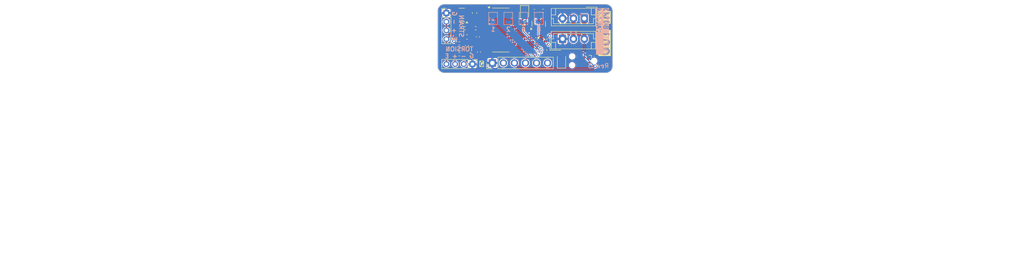
<source format=kicad_pcb>
(kicad_pcb (version 20241229) (generator "pcbnew") (generator_version "9.0")
  (title_block (title "Spar Sensor") (date "2024-08-17") (rev "3") (company "HPVDT"))
  (layers (0 "F.Cu" signal) (2 "B.Cu" signal) (13 "F.Paste" user) (15 "B.Paste" user) (5 "F.SilkS" user "F.Silkscreen") (7 "B.SilkS" user "B.Silkscreen") (1 "F.Mask" user) (3 "B.Mask" user) (25 "Edge.Cuts" user))
  (net 0 "")
  (net 1 "/ADC_{B}-")
  (net 2 "/ADC_{B}+")
  (net 3 "+5V")
  (net 4 "GND")
  (net 5 "/ADC_{A}-")
  (net 6 "/ADC_{A}+")
  (net 7 "+3.3VA")
  (net 8 "Net-(U2-VBG)")
  (net 9 "/LED_{0}")
  (net 10 "/LED_{1}")
  (net 12 "/~{RESET}")
  (net 15 "/OW_{RX}")
  (net 16 "/IN_{B}-")
  (net 17 "/IN_{B}+")
  (net 20 "/RX")
  (net 21 "/TX")
  (net 22 "/ADDR_{0}")
  (net 23 "/ADDR_{1}")
  (net 24 "/ADDR_{2}")
  (net 25 "/ADDR_{3}")
  (net 26 "/OW_{TX}")
  (net 27 "Net-(Q2-B)")
  (net 28 "Net-(U2-VFB)")
  (net 29 "/DOUT")
  (net 31 "/SCK")
  (net 36 "/IN_{A}-")
  (net 37 "Net-(D1-A)")
  (net 38 "Net-(D2-A)")
  (footprint "Resistor_SMD:R_0402_1005Metric" (layer "F.Cu") (at 131.75 96)
    (property "Reference" "R8" (hide yes))
    (property "Value" "5k6")
    (fp_line (start -0.153641 -0.38) (end 0.153641 -0.38) (stroke (width 0.12)) (layer "F.SilkS"))
    (fp_line (start -0.153641 0.38) (end 0.153641 0.38) (stroke (width 0.12)) (layer "F.SilkS"))
    (pad "1" smd roundrect (at -0.51 0) (size 0.54 0.64) (layers "F.Cu" "F.Mask" "F.Paste") (net 28 "Net-(U2-VFB)"))
    (pad "2" smd roundrect (at 0.51 0) (size 0.54 0.64) (layers "F.Cu" "F.Mask" "F.Paste") (net 4 "GND"))
  )
  (footprint "Capacitor_SMD:C_0603_1608Metric" (layer "F.Cu") (at 131.5 92.5 90)
    (property "Reference" "C6" (hide yes))
    (property "Value" "10u")
    (fp_line (start -0.14058 -0.51) (end 0.14058 -0.51) (stroke (width 0.12)) (layer "F.SilkS"))
    (fp_line (start -0.14058 0.51) (end 0.14058 0.51) (stroke (width 0.12)) (layer "F.SilkS"))
    (pad "1" smd roundrect (at -0.775 0 90) (size 0.9 0.95) (layers "F.Cu" "F.Mask" "F.Paste") (net 3 "+5V"))
    (pad "2" smd roundrect (at 0.775 0 90) (size 0.9 0.95) (layers "F.Cu" "F.Mask" "F.Paste") (net 4 "GND"))
  )
  (footprint "Capacitor_SMD:C_0402_1005Metric" (layer "F.Cu") (at 132.5 101.5 -90)
    (property "Reference" "C1" (hide yes))
    (property "Value" "100n")
    (fp_line (start -0.107836 0.36) (end 0.107836 0.36) (stroke (width 0.12)) (layer "F.SilkS"))
    (fp_line (start -0.107836 -0.36) (end 0.107836 -0.36) (stroke (width 0.12)) (layer "F.SilkS"))
    (pad "1" smd roundrect (at -0.48 0 270) (size 0.56 0.62) (layers "F.Cu" "F.Mask" "F.Paste") (net 2 "/ADC_{B}+"))
    (pad "2" smd roundrect (at 0.48 0 270) (size 0.56 0.62) (layers "F.Cu" "F.Mask" "F.Paste") (net 1 "/ADC_{B}-"))
  )
  (footprint "Resistor_SMD:R_0402_1005Metric" (layer "F.Cu") (at 129.25 96)
    (property "Reference" "R7" (hide yes))
    (property "Value" "10k")
    (fp_line (start -0.153641 -0.38) (end 0.153641 -0.38) (stroke (width 0.12)) (layer "F.SilkS"))
    (fp_line (start -0.153641 0.38) (end 0.153641 0.38) (stroke (width 0.12)) (layer "F.SilkS"))
    (pad "1" smd roundrect (at -0.51 0) (size 0.54 0.64) (layers "F.Cu" "F.Mask" "F.Paste") (net 7 "+3.3VA"))
    (pad "2" smd roundrect (at 0.51 0) (size 0.54 0.64) (layers "F.Cu" "F.Mask" "F.Paste") (net 28 "Net-(U2-VFB)"))
  )
  (footprint "Capacitor_SMD:C_0603_1608Metric" (layer "F.Cu") (at 129.75 98)
    (property "Reference" "C5" (hide yes))
    (property "Value" "10u")
    (fp_line (start -0.14058 -0.51) (end 0.14058 -0.51) (stroke (width 0.12)) (layer "F.SilkS"))
    (fp_line (start -0.14058 0.51) (end 0.14058 0.51) (stroke (width 0.12)) (layer "F.SilkS"))
    (pad "1" smd roundrect (at -0.775 0) (size 0.9 0.95) (layers "F.Cu" "F.Mask" "F.Paste") (net 7 "+3.3VA"))
    (pad "2" smd roundrect (at 0.775 0) (size 0.9 0.95) (layers "F.Cu" "F.Mask" "F.Paste") (net 4 "GND"))
  )
  (footprint "Package_SO:SOP-16_3.9x9.9mm_P1.27mm" (layer "F.Cu") (at 137.54 96.42)
    (property "Reference" "U2" (hide yes))
    (property "Value" "HX711")
    (fp_line (start 0 -5.06) (end -1.95 -5.06) (stroke (width 0.12)) (layer "F.SilkS"))
    (fp_line (start 0 -5.06) (end 1.95 -5.06) (stroke (width 0.12)) (layer "F.SilkS"))
    (fp_line (start 0 5.06) (end -1.95 5.06) (stroke (width 0.12)) (layer "F.SilkS"))
    (fp_line (start 0 5.06) (end 1.95 5.06) (stroke (width 0.12)) (layer "F.SilkS"))
    (fp_poly (pts (xy -2.725 -5.005) (xy -2.965 -5.335) (xy -2.485 -5.335) (xy -2.725 -5.005)) (stroke (width 0.12)) (fill yes) (layer "F.SilkS"))
    (pad "1" smd roundrect (at -2.5 -4.445) (size 2 0.6) (layers "F.Cu" "F.Mask" "F.Paste") (net 3 "+5V"))
    (pad "2" smd roundrect (at -2.5 -3.175) (size 2 0.6) (layers "F.Cu" "F.Mask" "F.Paste") (net 27 "Net-(Q2-B)"))
    (pad "3" smd roundrect (at -2.5 -1.905) (size 2 0.6) (layers "F.Cu" "F.Mask" "F.Paste") (net 7 "+3.3VA"))
    (pad "4" smd roundrect (at -2.5 -0.635) (size 2 0.6) (layers "F.Cu" "F.Mask" "F.Paste") (net 28 "Net-(U2-VFB)"))
    (pad "5" smd roundrect (at -2.5 0.635) (size 2 0.6) (layers "F.Cu" "F.Mask" "F.Paste") (net 4 "GND"))
    (pad "6" smd roundrect (at -2.5 1.905) (size 2 0.6) (layers "F.Cu" "F.Mask" "F.Paste") (net 8 "Net-(U2-VBG)"))
    (pad "7" smd roundrect (at -2.5 3.175) (size 2 0.6) (layers "F.Cu" "F.Mask" "F.Paste") (net 5 "/ADC_{A}-"))
    (pad "8" smd roundrect (at -2.5 4.445) (size 2 0.6) (layers "F.Cu" "F.Mask" "F.Paste") (net 6 "/ADC_{A}+"))
    (pad "9" smd roundrect (at 2.5 4.445) (size 2 0.6) (layers "F.Cu" "F.Mask" "F.Paste") (net 1 "/ADC_{B}-"))
    (pad "10" smd roundrect (at 2.5 3.175) (size 2 0.6) (layers "F.Cu" "F.Mask" "F.Paste") (net 2 "/ADC_{B}+"))
    (pad "11" smd roundrect (at 2.5 1.905) (size 2 0.6) (layers "F.Cu" "F.Mask" "F.Paste") (net 31 "/SCK"))
    (pad "12" smd roundrect (at 2.5 0.635) (size 2 0.6) (layers "F.Cu" "F.Mask" "F.Paste") (net 29 "/DOUT"))
    (pad "13" smd roundrect (at 2.5 -0.635) (size 2 0.6) (layers "F.Cu" "F.Mask" "F.Paste"))
    (pad "14" smd roundrect (at 2.5 -1.905) (size 2 0.6) (layers "F.Cu" "F.Mask" "F.Paste") (net 4 "GND"))
    (pad "15" smd roundrect (at 2.5 -3.175) (size 2 0.6) (layers "F.Cu" "F.Mask" "F.Paste") (net 3 "+5V"))
    (pad "16" smd roundrect (at 2.5 -4.445) (size 2 0.6) (layers "F.Cu" "F.Mask" "F.Paste") (net 3 "+5V"))
  )
  (footprint "Resistor_SMD:R_0402_1005Metric" (layer "F.Cu") (at 127.99 100.75)
    (property "Reference" "R5" (hide yes))
    (property "Value" "10k")
    (fp_line (start -0.153641 -0.38) (end 0.153641 -0.38) (stroke (width 0.12)) (layer "F.SilkS"))
    (fp_line (start -0.153641 0.38) (end 0.153641 0.38) (stroke (width 0.12)) (layer "F.SilkS"))
    (pad "1" smd roundrect (at -0.51 0) (size 0.54 0.64) (layers "F.Cu" "F.Mask" "F.Paste") (net 6 "/ADC_{A}+"))
    (pad "2" smd roundrect (at 0.51 0) (size 0.54 0.64) (layers "F.Cu" "F.Mask" "F.Paste") (net 4 "GND"))
  )
  (footprint "Capacitor_SMD:C_0402_1005Metric" (layer "F.Cu") (at 145.25 92 180)
    (property "Reference" "C3" (hide yes))
    (property "Value" "100n")
    (fp_line (start -0.107836 0.36) (end 0.107836 0.36) (stroke (width 0.12)) (layer "F.SilkS"))
    (fp_line (start -0.107836 -0.36) (end 0.107836 -0.36) (stroke (width 0.12)) (layer "F.SilkS"))
    (pad "1" smd roundrect (at -0.48 0 180) (size 0.56 0.62) (layers "F.Cu" "F.Mask" "F.Paste") (net 3 "+5V"))
    (pad "2" smd roundrect (at 0.48 0 180) (size 0.56 0.62) (layers "F.Cu" "F.Mask" "F.Paste") (net 4 "GND"))
  )
  (footprint "Package_TO_SOT_SMD:SOT-23" (layer "F.Cu") (at 146.25 95 90)
    (property "Reference" "Q1" (hide yes))
    (property "Value" "2N7002KQ-7")
    (fp_line (start 0 -1.56) (end 0.65 -1.56) (stroke (width 0.12)) (layer "F.SilkS"))
    (fp_line (start 0 -1.56) (end -0.65 -1.56) (stroke (width 0.12)) (layer "F.SilkS"))
    (fp_line (start 0 1.56) (end 0.65 1.56) (stroke (width 0.12)) (layer "F.SilkS"))
    (fp_line (start 0 1.56) (end -0.65 1.56) (stroke (width 0.12)) (layer "F.SilkS"))
    (fp_poly (pts (xy -1.1625 -1.51) (xy -1.4025 -1.84) (xy -0.9225 -1.84) (xy -1.1625 -1.51)) (stroke (width 0.12)) (fill yes) (layer "F.SilkS"))
    (pad "1" smd roundrect (at -0.9375 -0.95 90) (size 1.475 0.6) (layers "F.Cu" "F.Mask" "F.Paste") (net 26 "/OW_{TX}"))
    (pad "2" smd roundrect (at -0.9375 0.95 90) (size 1.475 0.6) (layers "F.Cu" "F.Mask" "F.Paste") (net 4 "GND"))
    (pad "3" smd roundrect (at 0.9375 0 90) (size 1.475 0.6) (layers "F.Cu" "F.Mask" "F.Paste") (net 15 "/OW_{RX}"))
  )
  (footprint "Resistor_SMD:R_0402_1005Metric" (layer "F.Cu") (at 147.75 101 90)
    (property "Reference" "R11" (hide yes))
    (property "Value" "510")
    (fp_line (start -0.153641 -0.38) (end 0.153641 -0.38) (stroke (width 0.12)) (layer "F.SilkS"))
    (fp_line (start -0.153641 0.38) (end 0.153641 0.38) (stroke (width 0.12)) (layer "F.SilkS"))
    (pad "1" smd roundrect (at -0.51 0 90) (size 0.54 0.64) (layers "F.Cu" "F.Mask" "F.Paste") (net 9 "/LED_{0}"))
    (pad "2" smd roundrect (at 0.51 0 90) (size 0.54 0.64) (layers "F.Cu" "F.Mask" "F.Paste") (net 37 "Net-(D1-A)"))
  )
  (footprint "Resistor_SMD:R_0402_1005Metric" (layer "F.Cu") (at 147.75 98.5 -90)
    (property "Reference" "R6" (hide yes))
    (property "Value" "10k")
    (fp_line (start -0.153641 0.38) (end 0.153641 0.38) (stroke (width 0.12)) (layer "F.SilkS"))
    (fp_line (start -0.153641 -0.38) (end 0.153641 -0.38) (stroke (width 0.12)) (layer "F.SilkS"))
    (pad "1" smd roundrect (at -0.51 0 270) (size 0.54 0.64) (layers "F.Cu" "F.Mask" "F.Paste") (net 3 "+5V"))
    (pad "2" smd roundrect (at 0.51 0 270) (size 0.54 0.64) (layers "F.Cu" "F.Mask" "F.Paste") (net 12 "/~{RESET}"))
  )
  (footprint "Capacitor_SMD:C_0402_1005Metric" (layer "F.Cu") (at 132.25 98 90)
    (property "Reference" "C7" (hide yes))
    (property "Value" "100n")
    (fp_line (start -0.107836 -0.36) (end 0.107836 -0.36) (stroke (width 0.12)) (layer "F.SilkS"))
    (fp_line (start -0.107836 0.36) (end 0.107836 0.36) (stroke (width 0.12)) (layer "F.SilkS"))
    (pad "1" smd roundrect (at -0.48 0 90) (size 0.56 0.62) (layers "F.Cu" "F.Mask" "F.Paste") (net 8 "Net-(U2-VBG)"))
    (pad "2" smd roundrect (at 0.48 0 90) (size 0.56 0.62) (layers "F.Cu" "F.Mask" "F.Paste") (net 4 "GND"))
  )
  (footprint "Connector_JST:JST_EH_B3B-EH-A_1x03_P2.50mm_Vertical" (layer "F.Cu") (at 151.75 98.45)
    (property "Reference" "J3" (hide yes))
    (property "Value" "Conn_01x03")
    (fp_line (start -2.91 0.11) (end -2.91 2.61) (stroke (width 0.12)) (layer "F.SilkS"))
    (fp_line (start -2.91 2.61) (end -0.41 2.61) (stroke (width 0.12)) (layer "F.SilkS"))
    (fp_line (start -2.61 -1.71) (end -2.61 2.31) (stroke (width 0.12)) (layer "F.SilkS"))
    (fp_line (start -2.61 0) (end -2.11 0) (stroke (width 0.12)) (layer "F.SilkS"))
    (fp_line (start -2.61 0.81) (end -1.61 0.81) (stroke (width 0.12)) (layer "F.SilkS"))
    (fp_line (start -2.61 2.31) (end 7.61 2.31) (stroke (width 0.12)) (layer "F.SilkS"))
    (fp_line (start -2.11 -1.21) (end 7.11 -1.21) (stroke (width 0.12)) (layer "F.SilkS"))
    (fp_line (start -2.11 0) (end -2.11 -1.21) (stroke (width 0.12)) (layer "F.SilkS"))
    (fp_line (start -1.61 0.81) (end -1.61 2.31) (stroke (width 0.12)) (layer "F.SilkS"))
    (fp_line (start 6.61 0.81) (end 6.61 2.31) (stroke (width 0.12)) (layer "F.SilkS"))
    (fp_line (start 7.11 -1.21) (end 7.11 0) (stroke (width 0.12)) (layer "F.SilkS"))
    (fp_line (start 7.11 0) (end 7.61 0) (stroke (width 0.12)) (layer "F.SilkS"))
    (fp_line (start 7.61 -1.71) (end -2.61 -1.71) (stroke (width 0.12)) (layer "F.SilkS"))
    (fp_line (start 7.61 0.81) (end 6.61 0.81) (stroke (width 0.12)) (layer "F.SilkS"))
    (fp_line (start 7.61 2.31) (end 7.61 -1.71) (stroke (width 0.12)) (layer "F.SilkS"))
    (pad "1" thru_hole roundrect (at 0 0) (size 1.7 1.95) (drill 0.95) (layers "*.Cu" "*.Mask") (roundrect_rratio 0.147059) (net 4 "GND"))
    (pad "2" thru_hole oval (at 2.5 0) (size 1.7 1.95) (drill 0.95) (layers "*.Cu" "*.Mask") (net 15 "/OW_{RX}"))
    (pad "3" thru_hole oval (at 5 0) (size 1.7 1.95) (drill 0.95) (layers "*.Cu" "*.Mask") (net 3 "+5V"))
  )
  (footprint "Connector_PinHeader_2.00mm:PinHeader_1x04_P2.00mm_Vertical" (layer "F.Cu") (at 131 104.25 -90)
    (property "Reference" "J4" (hide yes))
    (property "Value" "TORSION")
    (fp_line (start -1.06 7.06) (end 1.06 7.06) (stroke (width 0.12)) (layer "F.SilkS"))
    (fp_line (start -1.06 1) (end -1.06 7.06) (stroke (width 0.12)) (layer "F.SilkS"))
    (fp_line (start -1.06 1) (end 1.06 1) (stroke (width 0.12)) (layer "F.SilkS"))
    (fp_line (start 1.06 1) (end 1.06 7.06) (stroke (width 0.12)) (layer "F.SilkS"))
    (fp_line (start -1.06 0) (end -1.06 -1.06) (stroke (width 0.12)) (layer "F.SilkS"))
    (fp_line (start -1.06 -1.06) (end 0 -1.06) (stroke (width 0.12)) (layer "F.SilkS"))
    (pad "1" thru_hole rect (at 0 0 270) (size 1.35 1.35) (drill 0.8) (layers "*.Cu" "*.Mask") (net 4 "GND"))
    (pad "2" thru_hole oval (at 0 2 270) (size 1.35 1.35) (drill 0.8) (layers "*.Cu" "*.Mask") (net 16 "/IN_{B}-"))
    (pad "3" thru_hole oval (at 0 4 270) (size 1.35 1.35) (drill 0.8) (layers "*.Cu" "*.Mask") (net 17 "/IN_{B}+"))
    (pad "4" thru_hole oval (at 0 6 270) (size 1.35 1.35) (drill 0.8) (layers "*.Cu" "*.Mask") (net 7 "+3.3VA"))
  )
  (footprint "Package_DFN_QFN:VQFN-20-1EP_3x3mm_P0.4mm_EP1.7x1.7mm" (layer "F.Cu") (at 144.325 99.825 -90)
    (property "Reference" "U1" (hide yes))
    (property "Value" "ATtiny1616-MNR")
    (fp_line (start -1.61 1.61) (end -1.61 1.16) (stroke (width 0.12)) (layer "F.SilkS"))
    (fp_line (start -1.16 1.61) (end -1.61 1.61) (stroke (width 0.12)) (layer "F.SilkS"))
    (fp_line (start 1.16 1.61) (end 1.61 1.61) (stroke (width 0.12)) (layer "F.SilkS"))
    (fp_line (start 1.61 1.61) (end 1.61 1.16) (stroke (width 0.12)) (layer "F.SilkS"))
    (fp_line (start -1.61 -1.16) (end -1.61 -1.37) (stroke (width 0.12)) (layer "F.SilkS"))
    (fp_line (start -1.16 -1.61) (end -1.31 -1.61) (stroke (width 0.12)) (layer "F.SilkS"))
    (fp_line (start 1.16 -1.61) (end 1.61 -1.61) (stroke (width 0.12)) (layer "F.SilkS"))
    (fp_line (start 1.61 -1.61) (end 1.61 -1.16) (stroke (width 0.12)) (layer "F.SilkS"))
    (fp_poly (pts (xy -1.61 -1.61) (xy -1.85 -1.94) (xy -1.37 -1.94) (xy -1.61 -1.61)) (stroke (width 0.12)) (fill yes) (layer "F.SilkS"))
    (pad "1" smd custom (at -1.45 -0.8 270) (size 0.143431 0.143431) (layers "F.Cu" "F.Mask" "F.Paste") (net 26 "/OW_{TX}") (options (clearance outline) (anchor circle)) (primitives (gr_poly (pts (xy -0.35 -0.05) (xy 0.299289 -0.05) (xy 0.35 0.000711) (xy 0.35 0.05) (xy -0.35 0.05)) (width 0.1) (fill yes))))
    (pad "2" smd roundrect (at -1.45 -0.4 270) (size 0.8 0.2) (layers "F.Cu" "F.Mask" "F.Paste") (net 10 "/LED_{1}"))
    (pad "3" smd roundrect (at -1.45 0 270) (size 0.8 0.2) (layers "F.Cu" "F.Mask" "F.Paste") (net 4 "GND"))
    (pad "4" smd roundrect (at -1.45 0.4 270) (size 0.8 0.2) (layers "F.Cu" "F.Mask" "F.Paste") (net 3 "+5V"))
    (pad "5" smd custom (at -1.45 0.8 270) (size 0.143431 0.143431) (layers "F.Cu" "F.Mask" "F.Paste") (options (clearance outline) (anchor circle)) (primitives (gr_poly (pts (xy -0.35 -0.05) (xy 0.35 -0.05) (xy 0.35 -0.000711) (xy 0.299289 0.05) (xy -0.35 0.05)) (width 0.1) (fill yes))))
    (pad "6" smd custom (at -0.8 1.45 270) (size 0.143431 0.143431) (layers "F.Cu" "F.Mask" "F.Paste") (options (clearance outline) (anchor circle)) (primitives (gr_poly (pts (xy -0.05 -0.299289) (xy 0.000711 -0.35) (xy 0.05 -0.35) (xy 0.05 0.35) (xy -0.05 0.35)) (width 0.1) (fill yes))))
    (pad "7" smd roundrect (at -0.4 1.45 270) (size 0.2 0.8) (layers "F.Cu" "F.Mask" "F.Paste") (net 29 "/DOUT"))
    (pad "8" smd roundrect (at 0 1.45 270) (size 0.2 0.8) (layers "F.Cu" "F.Mask" "F.Paste") (net 31 "/SCK"))
    (pad "9" smd roundrect (at 0.4 1.45 270) (size 0.2 0.8) (layers "F.Cu" "F.Mask" "F.Paste"))
    (pad "10" smd custom (at 0.8 1.45 270) (size 0.143431 0.143431) (layers "F.Cu" "F.Mask" "F.Paste") (options (clearance outline) (anchor circle)) (primitives (gr_poly (pts (xy -0.05 -0.35) (xy -0.000711 -0.35) (xy 0.05 -0.299289) (xy 0.05 0.35) (xy -0.05 0.35)) (width 0.1) (fill yes))))
    (pad "11" smd custom (at 1.45 0.8 270) (size 0.143431 0.143431) (layers "F.Cu" "F.Mask" "F.Paste") (net 20 "/RX") (options (clearance outline) (anchor circle)) (primitives (gr_poly (pts (xy -0.35 -0.05) (xy 0.35 -0.05) (xy 0.35 0.05) (xy -0.299289 0.05) (xy -0.35 -0.000711)) (width 0.1) (fill yes))))
    (pad "12" smd roundrect (at 1.45 0.4 270) (size 0.8 0.2) (layers "F.Cu" "F.Mask" "F.Paste") (net 21 "/TX"))
    (pad "13" smd roundrect (at 1.45 0 270) (size 0.8 0.2) (layers "F.Cu" "F.Mask" "F.Paste"))
    (pad "14" smd roundrect (at 1.45 -0.4 270) (size 0.8 0.2) (layers "F.Cu" "F.Mask" "F.Paste") (net 9 "/LED_{0}"))
    (pad "15" smd custom (at 1.45 -0.8 270) (size 0.143431 0.143431) (layers "F.Cu" "F.Mask" "F.Paste") (net 22 "/ADDR_{0}") (options (clearance outline) (anchor circle)) (primitives (gr_poly (pts (xy -0.35 0.000711) (xy -0.299289 -0.05) (xy 0.35 -0.05) (xy 0.35 0.05) (xy -0.35 0.05)) (width 0.1) (fill yes))))
    (pad "16" smd custom (at 0.8 -1.45 270) (size 0.143431 0.143431) (layers "F.Cu" "F.Mask" "F.Paste") (net 23 "/ADDR_{1}") (options (clearance outline) (anchor circle)) (primitives (gr_poly (pts (xy -0.05 -0.35) (xy 0.05 -0.35) (xy 0.05 0.299289) (xy -0.000711 0.35) (xy -0.05 0.35)) (width 0.1) (fill yes))))
    (pad "17" smd roundrect (at 0.4 -1.45 270) (size 0.2 0.8) (layers "F.Cu" "F.Mask" "F.Paste") (net 24 "/ADDR_{2}"))
    (pad "18" smd roundrect (at 0 -1.45 270) (size 0.2 0.8) (layers "F.Cu" "F.Mask" "F.Paste") (net 25 "/ADDR_{3}"))
    (pad "19" smd roundrect (at -0.4 -1.45 270) (size 0.2 0.8) (layers "F.Cu" "F.Mask" "F.Paste") (net 12 "/~{RESET}"))
    (pad "20" smd custom (at -0.8 -1.45 270) (size 0.143431 0.143431) (layers "F.Cu" "F.Mask" "F.Paste") (net 15 "/OW_{RX}") (options (clearance outline) (anchor circle)) (primitives (gr_poly (pts (xy -0.05 -0.35) (xy 0.05 -0.35) (xy 0.05 0.35) (xy 0.000711 0.35) (xy -0.05 0.299289)) (width 0.1) (fill yes))))
    (pad "21" smd rect (at 0 0 270) (size 1.7 1.7) (property pad_prop_heatsink) (layers "F.Cu" "F.Mask") (net 4 "GND"))
  )
  (footprint "LED_SMD:LED_0805_2012Metric" (layer "F.Cu") (at 143 92.46 -90)
    (property "Reference" "D2" (hide yes))
    (property "Value" "ORNG")
    (fp_line (start -1.685 0.96) (end 1 0.96) (stroke (width 0.12)) (layer "F.SilkS"))
    (fp_line (start -1.685 -0.96) (end -1.685 0.96) (stroke (width 0.12)) (layer "F.SilkS"))
    (fp_line (start 1 -0.96) (end -1.685 -0.96) (stroke (width 0.12)) (layer "F.SilkS"))
    (pad "1" smd roundrect (at -0.9375 0 270) (size 0.975 1.4) (layers "F.Cu" "F.Mask" "F.Paste") (net 4 "GND"))
    (pad "2" smd roundrect (at 0.9375 0 270) (size 0.975 1.4) (layers "F.Cu" "F.Mask" "F.Paste") (net 38 "Net-(D2-A)"))
  )
  (footprint "LED_SMD:LED_0805_2012Metric" (layer "F.Cu") (at 151.5 103.5 90)
    (property "Reference" "D1" (hide yes))
    (property "Value" "RED")
    (fp_line (start 1 -0.96) (end -1.685 -0.96) (stroke (width 0.12)) (layer "F.SilkS"))
    (fp_line (start -1.685 -0.96) (end -1.685 0.96) (stroke (width 0.12)) (layer "F.SilkS"))
    (fp_line (start -1.685 0.96) (end 1 0.96) (stroke (width 0.12)) (layer "F.SilkS"))
    (pad "1" smd roundrect (at -0.9375 0 90) (size 0.975 1.4) (layers "F.Cu" "F.Mask" "F.Paste") (net 4 "GND"))
    (pad "2" smd roundrect (at 0.9375 0 90) (size 0.975 1.4) (layers "F.Cu" "F.Mask" "F.Paste") (net 37 "Net-(D1-A)"))
  )
  (footprint "Connector_PinHeader_2.54mm:PinHeader_1x06_P2.54mm_Vertical" (layer "F.Cu") (at 135.59 104 90)
    (property "Reference" "J5" (hide yes))
    (property "Value" "UART")
    (fp_line (start -1.33 -1.33) (end 0 -1.33) (stroke (width 0.12)) (layer "F.SilkS"))
    (fp_line (start -1.33 0) (end -1.33 -1.33) (stroke (width 0.12)) (layer "F.SilkS"))
    (fp_line (start 1.33 1.27) (end 1.33 14.03) (stroke (width 0.12)) (layer "F.SilkS"))
    (fp_line (start -1.33 1.27) (end 1.33 1.27) (stroke (width 0.12)) (layer "F.SilkS"))
    (fp_line (start -1.33 1.27) (end -1.33 14.03) (stroke (width 0.12)) (layer "F.SilkS"))
    (fp_line (start -1.33 14.03) (end 1.33 14.03) (stroke (width 0.12)) (layer "F.SilkS"))
    (pad "1" thru_hole rect (at 0 0 90) (size 1.7 1.7) (drill 1) (layers "*.Cu" "*.Mask") (net 4 "GND"))
    (pad "2" thru_hole oval (at 0 2.54 90) (size 1.7 1.7) (drill 1) (layers "*.Cu" "*.Mask"))
    (pad "3" thru_hole oval (at 0 5.08 90) (size 1.7 1.7) (drill 1) (layers "*.Cu" "*.Mask") (net 3 "+5V"))
    (pad "4" thru_hole oval (at 0 7.62 90) (size 1.7 1.7) (drill 1) (layers "*.Cu" "*.Mask") (net 20 "/RX"))
    (pad "5" thru_hole oval (at 0 10.16 90) (size 1.7 1.7) (drill 1) (layers "*.Cu" "*.Mask") (net 21 "/TX"))
    (pad "6" thru_hole oval (at 0 12.7 90) (size 1.7 1.7) (drill 1) (layers "*.Cu" "*.Mask"))
  )
  (footprint "Package_TO_SOT_SMD:SOT-23" (layer "F.Cu") (at 128.5625 92.95 180)
    (property "Reference" "Q2" (hide yes))
    (property "Value" "MMSS8550")
    (fp_line (start 0 1.56) (end 0.65 1.56) (stroke (width 0.12)) (layer "F.SilkS"))
    (fp_line (start 0 1.56) (end -0.65 1.56) (stroke (width 0.12)) (layer "F.SilkS"))
    (fp_line (start 0 -1.56) (end 0.65 -1.56) (stroke (width 0.12)) (layer "F.SilkS"))
    (fp_line (start 0 -1.56) (end -0.65 -1.56) (stroke (width 0.12)) (layer "F.SilkS"))
    (fp_poly (pts (xy -1.1625 -1.51) (xy -1.4025 -1.84) (xy -0.9225 -1.84) (xy -1.1625 -1.51)) (stroke (width 0.12)) (fill yes) (layer "F.SilkS"))
    (pad "1" smd roundrect (at -0.9375 -0.95 180) (size 1.475 0.6) (layers "F.Cu" "F.Mask" "F.Paste") (net 27 "Net-(Q2-B)"))
    (pad "2" smd roundrect (at -0.9375 0.95 180) (size 1.475 0.6) (layers "F.Cu" "F.Mask" "F.Paste") (net 3 "+5V"))
    (pad "3" smd roundrect (at 0.9375 0 180) (size 1.475 0.6) (layers "F.Cu" "F.Mask" "F.Paste") (net 7 "+3.3VA"))
  )
  (footprint "Resistor_SMD:R_0402_1005Metric" (layer "F.Cu") (at 143 94.96 180)
    (property "Reference" "R10" (hide yes))
    (property "Value" "510")
    (fp_line (start -0.153641 0.38) (end 0.153641 0.38) (stroke (width 0.12)) (layer "F.SilkS"))
    (fp_line (start -0.153641 -0.38) (end 0.153641 -0.38) (stroke (width 0.12)) (layer "F.SilkS"))
    (pad "1" smd roundrect (at -0.51 0 180) (size 0.54 0.64) (layers "F.Cu" "F.Mask" "F.Paste") (net 10 "/LED_{1}"))
    (pad "2" smd roundrect (at 0.51 0 180) (size 0.54 0.64) (layers "F.Cu" "F.Mask" "F.Paste") (net 38 "Net-(D2-A)"))
  )
  (footprint "Connector:Tag-Connect_TC2030-IDC-NL_2x03_P1.27mm_Vertical" (layer "F.Cu") (at 156.5 103.5 180)
    (property "Reference" "J1" (hide yes))
    (property "Value" "AVR-UPDI-6")
    (fp_line (start -1.27 1.27) (end -1.905 1.27) (stroke (width 0.12)) (layer "F.SilkS"))
    (fp_line (start -1.905 1.27) (end -1.905 0.635) (stroke (width 0.12)) (layer "F.SilkS"))
    (pad "" np_thru_hole circle (at -2.54 0 180) (size 0.9906 0.9906) (drill 0.9906) (layers "*.Cu" "*.Mask"))
    (pad "" np_thru_hole circle (at 2.54 -1.016 180) (size 0.9906 0.9906) (drill 0.9906) (layers "*.Cu" "*.Mask"))
    (pad "" np_thru_hole circle (at 2.54 1.016 180) (size 0.9906 0.9906) (drill 0.9906) (layers "*.Cu" "*.Mask"))
    (pad "1" connect circle (at -1.27 0.635 180) (size 0.7874 0.7874) (layers "F.Cu" "F.Mask") (net 12 "/~{RESET}"))
    (pad "2" connect circle (at -1.27 -0.635 180) (size 0.7874 0.7874) (layers "F.Cu" "F.Mask") (net 3 "+5V"))
    (pad "3" connect circle (at 0 0.635 180) (size 0.7874 0.7874) (layers "F.Cu" "F.Mask"))
    (pad "4" connect circle (at 0 -0.635 180) (size 0.7874 0.7874) (layers "F.Cu" "F.Mask"))
    (pad "5" connect circle (at 1.27 0.635 180) (size 0.7874 0.7874) (layers "F.Cu" "F.Mask"))
    (pad "6" connect circle (at 1.27 -0.635 180) (size 0.7874 0.7874) (layers "F.Cu" "F.Mask") (net 4 "GND"))
    (zone (net 0) (net_name "") (layer "F.Cu") (connect_pads (clearance 0)) (min_thickness 0.254)
      (keepout (tracks allowed) (vias not_allowed) (pads allowed) (copperpour not_allowed) (footprints not_allowed))
      (fill (thermal_gap 0.508) (thermal_bridge_width 0.508))
      (polygon (pts (xy 155.23 104.135) (xy 157.77 104.135) (xy 157.77 102.865) (xy 155.23 102.865)))
    )
  )
  (footprint "Capacitor_SMD:C_0402_1005Metric" (layer "F.Cu") (at 143 96.25)
    (property "Reference" "C2" (hide yes))
    (property "Value" "100n")
    (fp_line (start -0.107836 -0.36) (end 0.107836 -0.36) (stroke (width 0.12)) (layer "F.SilkS"))
    (fp_line (start -0.107836 0.36) (end 0.107836 0.36) (stroke (width 0.12)) (layer "F.SilkS"))
    (pad "1" smd roundrect (at -0.48 0) (size 0.56 0.62) (layers "F.Cu" "F.Mask" "F.Paste") (net 3 "+5V"))
    (pad "2" smd roundrect (at 0.48 0) (size 0.56 0.62) (layers "F.Cu" "F.Mask" "F.Paste") (net 4 "GND"))
  )
  (footprint "Capacitor_SMD:C_0402_1005Metric" (layer "F.Cu") (at 129.75 100 -90)
    (property "Reference" "C4" (hide yes))
    (property "Value" "100n")
    (fp_line (start -0.107836 0.36) (end 0.107836 0.36) (stroke (width 0.12)) (layer "F.SilkS"))
    (fp_line (start -0.107836 -0.36) (end 0.107836 -0.36) (stroke (width 0.12)) (layer "F.SilkS"))
    (pad "1" smd roundrect (at -0.48 0 270) (size 0.56 0.62) (layers "F.Cu" "F.Mask" "F.Paste") (net 5 "/ADC_{A}-"))
    (pad "2" smd roundrect (at 0.48 0 270) (size 0.56 0.62) (layers "F.Cu" "F.Mask" "F.Paste") (net 6 "/ADC_{A}+"))
  )
  (footprint "Connector_PinHeader_2.00mm:PinHeader_1x04_P2.00mm_Vertical" (layer "F.Cu") (at 125 92.5)
    (property "Reference" "J6" (hide yes))
    (property "Value" "STRAIN")
    (fp_line (start -1.06 -1.06) (end 0 -1.06) (stroke (width 0.12)) (layer "F.SilkS"))
    (fp_line (start -1.06 0) (end -1.06 -1.06) (stroke (width 0.12)) (layer "F.SilkS"))
    (fp_line (start -1.06 1) (end -1.06 7.06) (stroke (width 0.12)) (layer "F.SilkS"))
    (fp_line (start -1.06 1) (end 1.06 1) (stroke (width 0.12)) (layer "F.SilkS"))
    (fp_line (start -1.06 7.06) (end 1.06 7.06) (stroke (width 0.12)) (layer "F.SilkS"))
    (fp_line (start 1.06 1) (end 1.06 7.06) (stroke (width 0.12)) (layer "F.SilkS"))
    (pad "1" thru_hole rect (at 0 0) (size 1.35 1.35) (drill 0.8) (layers "*.Cu" "*.Mask") (net 4 "GND"))
    (pad "2" thru_hole oval (at 0 2) (size 1.35 1.35) (drill 0.8) (layers "*.Cu" "*.Mask") (net 36 "/IN_{A}-"))
    (pad "3" thru_hole oval (at 0 4) (size 1.35 1.35) (drill 0.8) (layers "*.Cu" "*.Mask") (net 36 "/IN_{A}-"))
    (pad "4" thru_hole oval (at 0 6) (size 1.35 1.35) (drill 0.8) (layers "*.Cu" "*.Mask") (net 7 "+3.3VA"))
  )
  (footprint "Resistor_SMD:R_0402_1005Metric" (layer "F.Cu") (at 127.99 102)
    (property "Reference" "R2" (hide yes))
    (property "Value" "100")
    (fp_line (start -0.153641 -0.38) (end 0.153641 -0.38) (stroke (width 0.12)) (layer "F.SilkS"))
    (fp_line (start -0.153641 0.38) (end 0.153641 0.38) (stroke (width 0.12)) (layer "F.SilkS"))
    (pad "1" smd roundrect (at -0.51 0) (size 0.54 0.64) (layers "F.Cu" "F.Mask" "F.Paste") (net 17 "/IN_{B}+"))
    (pad "2" smd roundrect (at 0.51 0) (size 0.54 0.64) (layers "F.Cu" "F.Mask" "F.Paste") (net 2 "/ADC_{B}+"))
  )
  (footprint "Resistor_SMD:R_0402_1005Metric" (layer "F.Cu") (at 147.25 92)
    (property "Reference" "R1" (hide yes))
    (property "Value" "5k6")
    (fp_line (start -0.153641 -0.38) (end 0.153641 -0.38) (stroke (width 0.12)) (layer "F.SilkS"))
    (fp_line (start -0.153641 0.38) (end 0.153641 0.38) (stroke (width 0.12)) (layer "F.SilkS"))
    (pad "1" smd roundrect (at -0.51 0) (size 0.54 0.64) (layers "F.Cu" "F.Mask" "F.Paste") (net 3 "+5V"))
    (pad "2" smd roundrect (at 0.51 0) (size 0.54 0.64) (layers "F.Cu" "F.Mask" "F.Paste") (net 15 "/OW_{RX}"))
  )
  (footprint "Resistor_SMD:R_0402_1005Metric" (layer "F.Cu") (at 125.49 100.75)
    (property "Reference" "R4" (hide yes))
    (property "Value" "10k")
    (fp_line (start -0.153641 -0.38) (end 0.153641 -0.38) (stroke (width 0.12)) (layer "F.SilkS"))
    (fp_line (start -0.153641 0.38) (end 0.153641 0.38) (stroke (width 0.12)) (layer "F.SilkS"))
    (pad "1" smd roundrect (at -0.51 0) (size 0.54 0.64) (layers "F.Cu" "F.Mask" "F.Paste") (net 7 "+3.3VA"))
    (pad "2" smd roundrect (at 0.51 0) (size 0.54 0.64) (layers "F.Cu" "F.Mask" "F.Paste") (net 6 "/ADC_{A}+"))
  )
  (footprint "Resistor_SMD:R_0402_1005Metric" (layer "F.Cu") (at 128 99.5)
    (property "Reference" "R9" (hide yes))
    (property "Value" "100")
    (fp_line (start -0.153641 -0.38) (end 0.153641 -0.38) (stroke (width 0.12)) (layer "F.SilkS"))
    (fp_line (start -0.153641 0.38) (end 0.153641 0.38) (stroke (width 0.12)) (layer "F.SilkS"))
    (pad "1" smd roundrect (at -0.51 0) (size 0.54 0.64) (layers "F.Cu" "F.Mask" "F.Paste") (net 36 "/IN_{A}-"))
    (pad "2" smd roundrect (at 0.51 0) (size 0.54 0.64) (layers "F.Cu" "F.Mask" "F.Paste") (net 5 "/ADC_{A}-"))
  )
  (footprint "Connector_JST:JST_EH_B3B-EH-A_1x03_P2.50mm_Vertical" (layer "F.Cu") (at 156.75 93.75 180)
    (property "Reference" "J2" (hide yes))
    (property "Value" "Conn_01x03")
    (fp_line (start 7.61 2.31) (end 7.61 -1.71) (stroke (width 0.12)) (layer "F.SilkS"))
    (fp_line (start 7.61 0.81) (end 6.61 0.81) (stroke (width 0.12)) (layer "F.SilkS"))
    (fp_line (start 7.61 -1.71) (end -2.61 -1.71) (stroke (width 0.12)) (layer "F.SilkS"))
    (fp_line (start 7.11 0) (end 7.61 0) (stroke (width 0.12)) (layer "F.SilkS"))
    (fp_line (start 7.11 -1.21) (end 7.11 0) (stroke (width 0.12)) (layer "F.SilkS"))
    (fp_line (start 6.61 0.81) (end 6.61 2.31) (stroke (width 0.12)) (layer "F.SilkS"))
    (fp_line (start -1.61 0.81) (end -1.61 2.31) (stroke (width 0.12)) (layer "F.SilkS"))
    (fp_line (start -2.11 0) (end -2.11 -1.21) (stroke (width 0.12)) (layer "F.SilkS"))
    (fp_line (start -2.11 -1.21) (end 7.11 -1.21) (stroke (width 0.12)) (layer "F.SilkS"))
    (fp_line (start -2.61 2.31) (end 7.61 2.31) (stroke (width 0.12)) (layer "F.SilkS"))
    (fp_line (start -2.61 0.81) (end -1.61 0.81) (stroke (width 0.12)) (layer "F.SilkS"))
    (fp_line (start -2.61 0) (end -2.11 0) (stroke (width 0.12)) (layer "F.SilkS"))
    (fp_line (start -2.61 -1.71) (end -2.61 2.31) (stroke (width 0.12)) (layer "F.SilkS"))
    (fp_line (start -2.91 2.61) (end -0.41 2.61) (stroke (width 0.12)) (layer "F.SilkS"))
    (fp_line (start -2.91 0.11) (end -2.91 2.61) (stroke (width 0.12)) (layer "F.SilkS"))
    (pad "1" thru_hole roundrect (at 0 0 180) (size 1.7 1.95) (drill 0.95) (layers "*.Cu" "*.Mask") (roundrect_rratio 0.147059) (net 3 "+5V"))
    (pad "2" thru_hole oval (at 2.5 0 180) (size 1.7 1.95) (drill 0.95) (layers "*.Cu" "*.Mask") (net 15 "/OW_{RX}"))
    (pad "3" thru_hole oval (at 5 0 180) (size 1.7 1.95) (drill 0.95) (layers "*.Cu" "*.Mask") (net 4 "GND"))
  )
  (footprint "Resistor_SMD:R_0402_1005Metric" (layer "F.Cu") (at 130.5 102)
    (property "Reference" "R3" (hide yes))
    (property "Value" "100")
    (fp_line (start -0.153641 -0.38) (end 0.153641 -0.38) (stroke (width 0.12)) (layer "F.SilkS"))
    (fp_line (start -0.153641 0.38) (end 0.153641 0.38) (stroke (width 0.12)) (layer "F.SilkS"))
    (pad "1" smd roundrect (at -0.51 0) (size 0.54 0.64) (layers "F.Cu" "F.Mask" "F.Paste") (net 16 "/IN_{B}-"))
    (pad "2" smd roundrect (at 0.51 0) (size 0.54 0.64) (layers "F.Cu" "F.Mask" "F.Paste") (net 1 "/ADC_{B}-"))
  )
  (footprint "Jumper:SolderJumper-2_P1.3mm_Open_TrianglePad1.0x1.5mm" (layer "B.Cu") (at 146.269 93.75 -90)
    (property "Reference" "JP4" (hide yes))
    (property "Value" "ADD")
    (fp_line (start -1.4 1) (end -1.4 -1) (stroke (width 0.12)) (layer "B.SilkS"))
    (fp_line (start 1.4 1) (end -1.4 1) (stroke (width 0.12)) (layer "B.SilkS"))
    (fp_line (start -1.4 -1) (end 1.4 -1) (stroke (width 0.12)) (layer "B.SilkS"))
    (fp_line (start 1.4 -1) (end 1.4 1) (stroke (width 0.12)) (layer "B.SilkS"))
    (pad "1" smd custom (at -0.725 0 270) (size 0.3 0.3) (layers "B.Cu" "B.Mask") (net 4 "GND") (options (clearance outline) (anchor rect)) (primitives (gr_poly (pts (xy 1 0) (xy 0.5 -0.75) (xy -0.5 -0.75) (xy -0.5 0.75) (xy 0.5 0.75)) (width 0) (fill yes))))
    (pad "2" smd custom (at 0.725 0 270) (size 0.3 0.3) (layers "B.Cu" "B.Mask") (net 25 "/ADDR_{3}") (options (clearance outline) (anchor rect)) (primitives (gr_poly (pts (xy 0.5 -0.75) (xy -0.65 -0.75) (xy -0.15 0) (xy -0.65 0.75) (xy 0.5 0.75)) (width 0) (fill yes))))
  )
  (footprint "Jumper:SolderJumper-2_P1.3mm_Open_TrianglePad1.0x1.5mm" (layer "B.Cu") (at 139.25 93.75 -90)
    (property "Reference" "JP2" (hide yes))
    (property "Value" "ADD")
    (fp_line (start -1.4 1) (end -1.4 -1) (stroke (width 0.12)) (layer "B.SilkS"))
    (fp_line (start 1.4 1) (end -1.4 1) (stroke (width 0.12)) (layer "B.SilkS"))
    (fp_line (start -1.4 -1) (end 1.4 -1) (stroke (width 0.12)) (layer "B.SilkS"))
    (fp_line (start 1.4 -1) (end 1.4 1) (stroke (width 0.12)) (layer "B.SilkS"))
    (pad "1" smd custom (at -0.725 0 270) (size 0.3 0.3) (layers "B.Cu" "B.Mask") (net 4 "GND") (options (clearance outline) (anchor rect)) (primitives (gr_poly (pts (xy 1 0) (xy 0.5 -0.75) (xy -0.5 -0.75) (xy -0.5 0.75) (xy 0.5 0.75)) (width 0) (fill yes))))
    (pad "2" smd custom (at 0.725 0 270) (size 0.3 0.3) (layers "B.Cu" "B.Mask") (net 23 "/ADDR_{1}") (options (clearance outline) (anchor rect)) (primitives (gr_poly (pts (xy 0.5 -0.75) (xy -0.65 -0.75) (xy -0.15 0) (xy -0.65 0.75) (xy 0.5 0.75)) (width 0) (fill yes))))
  )
  (footprint "Jumper:SolderJumper-2_P1.3mm_Open_TrianglePad1.0x1.5mm" (layer "B.Cu") (at 142.75 93.75 -90)
    (property "Reference" "JP3" (hide yes))
    (property "Value" "ADD")
    (fp_line (start -1.4 1) (end -1.4 -1) (stroke (width 0.12)) (layer "B.SilkS"))
    (fp_line (start 1.4 1) (end -1.4 1) (stroke (width 0.12)) (layer "B.SilkS"))
    (fp_line (start -1.4 -1) (end 1.4 -1) (stroke (width 0.12)) (layer "B.SilkS"))
    (fp_line (start 1.4 -1) (end 1.4 1) (stroke (width 0.12)) (layer "B.SilkS"))
    (pad "1" smd custom (at -0.725 0 270) (size 0.3 0.3) (layers "B.Cu" "B.Mask") (net 4 "GND") (options (clearance outline) (anchor rect)) (primitives (gr_poly (pts (xy 1 0) (xy 0.5 -0.75) (xy -0.5 -0.75) (xy -0.5 0.75) (xy 0.5 0.75)) (width 0) (fill yes))))
    (pad "2" smd custom (at 0.725 0 270) (size 0.3 0.3) (layers "B.Cu" "B.Mask") (net 24 "/ADDR_{2}") (options (clearance outline) (anchor rect)) (primitives (gr_poly (pts (xy 0.5 -0.75) (xy -0.65 -0.75) (xy -0.15 0) (xy -0.65 0.75) (xy 0.5 0.75)) (width 0) (fill yes))))
  )
  (footprint "Jumper:SolderJumper-2_P1.3mm_Open_TrianglePad1.0x1.5mm" (layer "B.Cu") (at 135.75 93.75 -90)
    (property "Reference" "JP1" (hide yes))
    (property "Value" "ADD")
    (fp_line (start -1.4 1) (end -1.4 -1) (stroke (width 0.12)) (layer "B.SilkS"))
    (fp_line (start 1.4 1) (end -1.4 1) (stroke (width 0.12)) (layer "B.SilkS"))
    (fp_line (start -1.4 -1) (end 1.4 -1) (stroke (width 0.12)) (layer "B.SilkS"))
    (fp_line (start 1.4 -1) (end 1.4 1) (stroke (width 0.12)) (layer "B.SilkS"))
    (pad "1" smd custom (at -0.725 0 270) (size 0.3 0.3) (layers "B.Cu" "B.Mask") (net 4 "GND") (options (clearance outline) (anchor rect)) (primitives (gr_poly (pts (xy 1 0) (xy 0.5 -0.75) (xy -0.5 -0.75) (xy -0.5 0.75) (xy 0.5 0.75)) (width 0) (fill yes))))
    (pad "2" smd custom (at 0.725 0 270) (size 0.3 0.3) (layers "B.Cu" "B.Mask") (net 22 "/ADDR_{0}") (options (clearance outline) (anchor rect)) (primitives (gr_poly (pts (xy 0.5 -0.75) (xy -0.65 -0.75) (xy -0.15 0) (xy -0.65 0.75) (xy 0.5 0.75)) (width 0) (fill yes))))
  )
  (gr_line (start 161.75 106.25) (end 124.5 106.25) (stroke (width 0.1)) (layer "Edge.Cuts"))
  (gr_arc (start 123 92) (mid 123.43934 90.93934) (end 124.5 90.5) (stroke (width 0.1)) (layer "Edge.Cuts"))
  (gr_arc (start 124.5 106.25) (mid 123.43934 105.81066) (end 123 104.75) (stroke (width 0.1)) (layer "Edge.Cuts"))
  (gr_line (start 124.5 90.5) (end 161.75 90.5) (stroke (width 0.1)) (layer "Edge.Cuts"))
  (gr_arc (start 161.75 90.5) (mid 162.81066 90.93934) (end 163.25 92) (stroke (width 0.1)) (layer "Edge.Cuts"))
  (gr_line (start 163.25 92) (end 163.25 104.75) (stroke (width 0.1)) (layer "Edge.Cuts"))
  (gr_line (start 123 104.75) (end 123 92) (stroke (width 0.1)) (layer "Edge.Cuts"))
  (gr_arc (start 163.25 104.75) (mid 162.81066 105.81066) (end 161.75 106.25) (stroke (width 0.1)) (layer "Edge.Cuts"))
  (gr_text "G" (at 133.75 104.25 0) (layer "F.SilkS" knockout) (effects (font (size 1 1) (thickness 0.2) (bold yes)) (justify right)))
  (gr_text "OUT" (at 161.5 99.5 90) (layer "F.SilkS" knockout) (effects (font (size 2 2) (thickness 0.4) (bold yes))))
  (gr_text "IN" (at 161.5 93.5 90) (layer "F.SilkS" knockout) (effects (font (size 2 2) (thickness 0.4) (bold yes))))
  (gr_text "2" (at 139.25 96.25 0) (layer "B.SilkS") (effects (font (size 1 1) (thickness 0.2) (bold yes)) (justify mirror)))
  (gr_text "Rev: ${REVISION}" (at 162.5 105.25 0) (layer "B.SilkS") (effects (font (size 1 1)) (justify left bottom mirror)))
  (gr_text "TORSION\nG - + E" (at 128 103 0) (layer "B.SilkS") (effects (font (size 1 1) (thickness 0.2) (bold yes)) (justify bottom mirror)))
  (gr_text "8" (at 146.25 96.25 0) (layer "B.SilkS") (effects (font (size 1 1) (thickness 0.2) (bold yes)) (justify mirror)))
  (gr_text "4" (at 142.75 96.25 0) (layer "B.SilkS") (effects (font (size 1 1) (thickness 0.2) (bold yes)) (justify mirror)))
  (gr_text "STRAIN BOARD\nFALCON" (at 159.5 91.25 -90) (layer "B.SilkS" knockout) (effects (font (size 1 1)) (justify right bottom mirror)))
  (gr_text "1" (at 135.75 96.25 0) (layer "B.SilkS") (effects (font (size 1 1) (thickness 0.2) (bold yes)) (justify mirror)))
  (gr_text "STRAIN\nE + - G" (at 126.25 95.5 -90) (layer "B.SilkS") (effects (font (size 1 1) (thickness 0.2) (bold yes)) (justify bottom mirror)))
  (segment (start 140.04 100.865) (end 138.385 100.865) (width 0.25) (layer "F.Cu") (net 1))
  (segment (start 131.01 102) (end 132.48 102) (width 0.2) (layer "F.Cu") (net 1))
  (segment (start 132.48 102) (end 132.5 101.98) (width 0.2) (layer "F.Cu") (net 1))
  (segment (start 138.385 100.865) (end 137.27 101.98) (width 0.25) (layer "F.Cu") (net 1))
  (segment (start 137.27 101.98) (end 132.5 101.98) (width 0.25) (layer "F.Cu") (net 1))
  (segment (start 136.785 101.465) (end 138.655 99.595) (width 0.2) (layer "F.Cu") (net 2))
  (segment (start 132.14 101.38) (end 132.5 101.02) (width 0.2) (layer "F.Cu") (net 2))
  (segment (start 129.12 101.38) (end 132.14 101.38) (width 0.2) (layer "F.Cu") (net 2))
  (segment (start 132.945 101.465) (end 136.785 101.465) (width 0.2) (layer "F.Cu") (net 2))
  (segment (start 128.5 102) (end 129.12 101.38) (width 0.2) (layer "F.Cu") (net 2))
  (segment (start 138.655 99.595) (end 140.04 99.595) (width 0.2) (layer "F.Cu") (net 2))
  (segment (start 132.5 101.02) (end 132.945 101.465) (width 0.2) (layer "F.Cu") (net 2))
  (segment (start 145.73 92.309999) (end 145.73 92) (width 0.25) (layer "F.Cu") (net 3))
  (segment (start 143.698588 92.585) (end 143.863588 92.75) (width 0.25) (layer "F.Cu") (net 3))
  (segment (start 141.895 95.625) (end 142.52 96.25) (width 0.25) (layer "F.Cu") (net 3))
  (segment (start 129.5 92) (end 130.775 93.275) (width 0.25) (layer "F.Cu") (net 3))
  (segment (start 143.863588 92.75) (end 145.289999 92.75) (width 0.25) (layer "F.Cu") (net 3))
  (segment (start 156.75 93.75) (end 156.75 98.45) (width 1) (layer "F.Cu") (net 3))
  (segment (start 140.04 93.245) (end 141.039999 93.245) (width 0.25) (layer "F.Cu") (net 3))
  (segment (start 140.04 91.975) (end 140.04 93.245) (width 0.25) (layer "F.Cu") (net 3))
  (segment (start 146.74 92) (end 145.73 92) (width 0.25) (layer "F.Cu") (net 3))
  (segment (start 130.775 93.275) (end 131.5 93.275) (width 0.25) (layer "F.Cu") (net 3))
  (segment (start 141.039999 93.245) (end 141.895 94.100001) (width 0.25) (layer "F.Cu") (net 3))
  (segment (start 147.43072 91.355) (end 154.355 91.355) (width 0.25) (layer "F.Cu") (net 3))
  (segment (start 140.65 92.585) (end 143.698588 92.585) (width 0.25) (layer "F.Cu") (net 3))
  (segment (start 146.74 92) (end 146.78572 92) (width 0.25) (layer "F.Cu") (net 3))
  (segment (start 157.77 104.135) (end 158.385 104.75) (width 0.25) (layer "F.Cu") (net 3))
  (segment (start 141.895 94.100001) (end 141.895 95.625) (width 0.25) (layer "F.Cu") (net 3))
  (segment (start 147.75 97.99) (end 148.51 97.99) (width 0.25) (layer "F.Cu") (net 3))
  (segment (start 145.289999 92.75) (end 145.73 92.309999) (width 0.25) (layer "F.Cu") (net 3))
  (segment (start 142.52 96.496776) (end 142.52 96.25) (width 0.15) (layer "F.Cu") (net 3))
  (segment (start 154.355 91.355) (end 156.75 93.75) (width 0.25) (layer "F.Cu") (net 3))
  (segment (start 131.5 93.275) (end 132.8 91.975) (width 0.25) (layer "F.Cu") (net 3))
  (segment (start 143.925 97.901776) (end 142.52 96.496776) (width 0.15) (layer "F.Cu") (net 3))
  (segment (start 132.8 91.975) (end 135.04 91.975) (width 0.25) (layer "F.Cu") (net 3))
  (segment (start 140.04 91.975) (end 140.65 92.585) (width 0.25) (layer "F.Cu") (net 3))
  (segment (start 158.385 104.75) (end 159.25 104.75) (width 0.25) (layer "F.Cu") (net 3))
  (segment (start 146.78572 92) (end 147.43072 91.355) (width 0.25) (layer "F.Cu") (net 3))
  (segment (start 135.04 91.975) (end 140.04 91.975) (width 0.25) (layer "F.Cu") (net 3))
  (segment (start 143.925 98.375) (end 143.925 97.901776) (width 0.15) (layer "F.Cu") (net 3))
  (segment (start 148.51 97.99) (end 148.75 97.75) (width 0.25) (layer "F.Cu") (net 3))
  (via (at 148.75 97.75) (size 0.8) (drill 0.4) (layers "F.Cu" "B.Cu") (net 3))
  (via (at 159.25 104.75) (size 0.8) (drill 0.4) (layers "F.Cu" "B.Cu") (net 3))
  (segment (start 158.6137 105.3863) (end 142.0563 105.3863) (width 0.25) (layer "B.Cu") (net 3))
  (segment (start 149.35 97.15) (end 155.45 97.15) (width 0.25) (layer "B.Cu") (net 3))
  (segment (start 156.75 102.44079) (end 156.75 98.45) (width 0.25) (layer "B.Cu") (net 3))
  (segment (start 159.25 104.75) (end 158.6137 105.3863) (width 0.25) (layer "B.Cu") (net 3))
  (segment (start 142.0563 105.3863) (end 140.67 104) (width 0.25) (layer "B.Cu") (net 3))
  (segment (start 159.05921 104.75) (end 156.75 102.44079) (width 0.25) (layer "B.Cu") (net 3))
  (segment (start 155.45 97.15) (end 156.75 98.45) (width 0.25) (layer "B.Cu") (net 3))
  (segment (start 159.25 104.75) (end 159.05921 104.75) (width 0.25) (layer "B.Cu") (net 3))
  (segment (start 148.75 97.75) (end 149.35 97.15) (width 0.25) (layer "B.Cu") (net 3))
  (segment (start 144.05 97.07) (end 143.48 96.5) (width 0.15) (layer "F.Cu") (net 4))
  (segment (start 144.05 97.072183) (end 144.05 97.07) (width 0.15) (layer "F.Cu") (net 4))
  (via (at 144.05 97.072183) (size 0.6) (drill 0.3) (layers "F.Cu" "B.Cu") (net 4))
  (segment (start 129.73 99.5) (end 129.75 99.52) (width 0.2) (layer "F.Cu") (net 5))
  (segment (start 129.75 99.52) (end 134.965 99.52) (width 0.2) (layer "F.Cu") (net 5))
  (segment (start 134.965 99.52) (end 135.04 99.595) (width 0.2) (layer "F.Cu") (net 5))
  (segment (start 128.51 99.5) (end 129.73 99.5) (width 0.2) (layer "F.Cu") (net 5))
  (segment (start 126 100.75) (end 127.48 100.75) (width 0.2) (layer "F.Cu") (net 6))
  (segment (start 128.1 100.13) (end 129.4 100.13) (width 0.2) (layer "F.Cu") (net 6))
  (segment (start 135.04 100.865) (end 134.425 100.25) (width 0.25) (layer "F.Cu") (net 6))
  (segment (start 134.425 100.25) (end 129.98 100.25) (width 0.25) (layer "F.Cu") (net 6))
  (segment (start 129.98 100.25) (end 129.75 100.48) (width 0.25) (layer "F.Cu") (net 6))
  (segment (start 127.48 100.75) (end 128.1 100.13) (width 0.2) (layer "F.Cu") (net 6))
  (segment (start 129.4 100.13) (end 129.75 100.48) (width 0.2) (layer "F.Cu") (net 6))
  (segment (start 125 100.73) (end 124.98 100.75) (width 0.25) (layer "F.Cu") (net 7))
  (segment (start 125 100.77) (end 124.98 100.75) (width 0.25) (layer "F.Cu") (net 7))
  (segment (start 128.975 96.235) (end 128.74 96) (width 0.25) (layer "F.Cu") (net 7))
  (segment (start 127.625 94.885) (end 128.74 96) (width 0.25) (layer "F.Cu") (net 7))
  (segment (start 128.975 98) (end 128.975 96.235) (width 0.25) (layer "F.Cu") (net 7))
  (segment (start 129.925 94.815) (end 128.74 96) (width 0.25) (layer "F.Cu") (net 7))
  (segment (start 125 98.5) (end 125.5 98) (width 0.25) (layer "F.Cu") (net 7))
  (segment (start 125 104.25) (end 125 100.77) (width 0.25) (layer "F.Cu") (net 7))
  (segment (start 135.04 94.515) (end 134.74 94.815) (width 0.25) (layer "F.Cu") (net 7))
  (segment (start 125.5 98) (end 128.975 98) (width 0.25) (layer "F.Cu") (net 7))
  (segment (start 127.625 92.95) (end 127.625 94.885) (width 0.25) (layer "F.Cu") (net 7))
  (segment (start 125 98.5) (end 125 100.73) (width 0.25) (layer "F.Cu") (net 7))
  (segment (start 134.74 94.815) (end 129.925 94.815) (width 0.25) (layer "F.Cu") (net 7))
  (segment (start 135.04 98.325) (end 132.405 98.325) (width 0.25) (layer "F.Cu") (net 8))
  (segment (start 132.405 98.325) (end 132.25 98.48) (width 0.25) (layer "F.Cu") (net 8))
  (segment (start 145.726776 102.75) (end 146.5 102.75) (width 0.15) (layer "F.Cu") (net 9))
  (segment (start 144.725 101.275) (end 144.725 101.748224) (width 0.15) (layer "F.Cu") (net 9))
  (segment (start 146.5 102.75) (end 146.75 102.5) (width 0.15) (layer "F.Cu") (net 9))
  (segment (start 146.75 102.5) (end 146.76 102.5) (width 0.15) (layer "F.Cu") (net 9))
  (segment (start 146.76 102.5) (end 147.75 101.51) (width 0.15) (layer "F.Cu") (net 9))
  (segment (start 144.725 101.748224) (end 145.726776 102.75) (width 0.15) (layer "F.Cu") (net 9))
  (segment (start 143.51 94.96) (end 143.96 94.96) (width 0.15) (layer "F.Cu") (net 10))
  (segment (start 144.725 95.725) (end 144.725 98.375) (width 0.15) (layer "F.Cu") (net 10))
  (segment (start 143.96 94.96) (end 144.725 95.725) (width 0.15) (layer "F.Cu") (net 10))
  (segment (start 151.3637 101.6137) (end 156.5187 101.6137) (width 0.25) (layer "F.Cu") (net 12))
  (segment (start 148.76 99.01) (end 151.3637 101.6137) (width 0.25) (layer "F.Cu") (net 12))
  (segment (start 145.775 99.425) (end 147.335 99.425) (width 0.15) (layer "F.Cu") (net 12))
  (segment (start 147.335 99.425) (end 147.75 99.01) (width 0.15) (layer "F.Cu") (net 12))
  (segment (start 156.5187 101.6137) (end 157.77 102.865) (width 0.25) (layer "F.Cu") (net 12))
  (segment (start 147.75 99.01) (end 148.76 99.01) (width 0.25) (layer "F.Cu") (net 12))
  (segment (start 146.25 94.0625) (end 146.25 98.55) (width 0.15) (layer "F.Cu") (net 15))
  (segment (start 146.25 94.0625) (end 147.76 92.5525) (width 0.25) (layer "F.Cu") (net 15))
  (segment (start 154.25 93.75) (end 152.5 92) (width 0.25) (layer "F.Cu") (net 15))
  (segment (start 146.25 98.55) (end 145.775 99.025) (width 0.15) (layer "F.Cu") (net 15))
  (segment (start 154.25 93.75) (end 154.25 98.45) (width 1) (layer "F.Cu") (net 15))
  (segment (start 147.76 92.5525) (end 147.76 92) (width 0.25) (layer "F.Cu") (net 15))
  (segment (start 152.5 92) (end 147.76 92) (width 0.25) (layer "F.Cu") (net 15))
  (segment (start 129.99 102) (end 129.99 103.26) (width 0.2) (layer "F.Cu") (net 16))
  (segment (start 129.99 103.26) (end 129 104.25) (width 0.2) (layer "F.Cu") (net 16))
  (segment (start 127 104.25) (end 127 102.48) (width 0.2) (layer "F.Cu") (net 17))
  (segment (start 127 102.48) (end 127.48 102) (width 0.2) (layer "F.Cu") (net 17))
  (segment (start 143.525 103.685) (end 143.21 104) (width 0.15) (layer "F.Cu") (net 20))
  (segment (start 143.525 101.275) (end 143.525 103.685) (width 0.15) (layer "F.Cu") (net 20))
  (segment (start 143.925 102.175) (end 145.75 104) (width 0.15) (layer "F.Cu") (net 21))
  (segment (start 143.925 101.275) (end 143.925 102.175) (width 0.15) (layer "F.Cu") (net 21))
  (segment (start 145.125 101.275) (end 145.125 101.3) (width 0.15) (layer "F.Cu") (net 22))
  (segment (start 145.125 101.3) (end 146 102.175) (width 0.15) (layer "F.Cu") (net 22))
  (via (at 146 102.175) (size 0.6) (drill 0.3) (layers "F.Cu" "B.Cu") (net 22))
  (segment (start 143.45 102.175) (end 135.765 94.49) (width 0.15) (layer "B.Cu") (net 22))
  (segment (start 146 102.175) (end 143.45 102.175) (width 0.15) (layer "B.Cu") (net 22))
  (segment (start 145.875 100.625) (end 146.75 101.5) (width 0.15) (layer "F.Cu") (net 23))
  (segment (start 145.775 100.625) (end 145.875 100.625) (width 0.15) (layer "F.Cu") (net 23))
  (via (at 146.75 101.5) (size 0.6) (drill 0.3) (layers "F.Cu" "B.Cu") (net 23))
  (segment (start 146.75 101.5) (end 146.275 101.5) (width 0.15) (layer "B.Cu") (net 23))
  (segment (start 146.275 101.5) (end 139.265 94.49) (width 0.15) (layer "B.Cu") (net 23))
  (segment (start 145.775 100.225) (end 146.288173 100.225) (width 0.15) (layer "F.Cu") (net 24))
  (segment (start 146.288173 100.225) (end 146.756585 100.693412) (width 0.15) (layer "F.Cu") (net 24))
  (via (at 146.756585 100.693412) (size 0.6) (drill 0.3) (layers "F.Cu" "B.Cu") (net 24))
  (segment (start 146.5 100.436827) (end 146.460049 100.436827) (width 0.15) (layer "B.Cu") (net 24))
  (segment (start 142.75 96.726778) (end 142.75 94.475) (width 0.15) (layer "B.Cu") (net 24))
  (segment (start 146.756585 100.693412) (end 146.5 100.436827) (width 0.15) (layer "B.Cu") (net 24))
  (segment (start 146.460049 100.436827) (end 142.75 96.726778) (width 0.15) (layer "B.Cu") (net 24))
  (segment (start 148.425 99.825) (end 148.5 99.75) (width 0.15) (layer "F.Cu") (net 25))
  (segment (start 145.775 99.825) (end 148.425 99.825) (width 0.15) (layer "F.Cu") (net 25))
  (via (at 148.5 99.75) (size 0.6) (drill 0.3) (layers "F.Cu" "B.Cu") (net 25))
  (segment (start 146.269 97.519) (end 146.269 94.475) (width 0.15) (layer "B.Cu") (net 25))
  (segment (start 148.5 99.75) (end 146.269 97.519) (width 0.15) (layer "B.Cu") (net 25))
  (segment (start 145.125 98.375) (end 145.125 96.1125) (width 0.15) (layer "F.Cu") (net 26))
  (segment (start 145.125 96.1125) (end 145.3 95.9375) (width 0.15) (layer "F.Cu") (net 26))
  (segment (start 134.040001 93.245) (end 135.04 93.245) (width 0.25) (layer "F.Cu") (net 27))
  (segment (start 129.799999 94.199999) (end 133.085002 94.199999) (width 0.25) (layer "F.Cu") (net 27))
  (segment (start 129.5 93.9) (end 129.799999 94.199999) (width 0.25) (layer "F.Cu") (net 27))
  (segment (start 133.085002 94.199999) (end 134.040001 93.245) (width 0.25) (layer "F.Cu") (net 27))
  (segment (start 129.76 96) (end 131.24 96) (width 0.25) (layer "F.Cu") (net 28))
  (segment (start 131.24 96) (end 131.885 95.355) (width 0.25) (layer "F.Cu") (net 28))
  (segment (start 131.885 95.355) (end 134.61 95.355) (width 0.25) (layer "F.Cu") (net 28))
  (segment (start 134.61 95.355) (end 135.04 95.785) (width 0.25) (layer "F.Cu") (net 28))
  (segment (start 142.401776 99.425) (end 142 99.023224) (width 0.15) (layer "F.Cu") (net 29))
  (segment (start 141.039999 97.055) (end 140.04 97.055) (width 0.15) (layer "F.Cu") (net 29))
  (segment (start 142 98.015001) (end 141.039999 97.055) (width 0.15) (layer "F.Cu") (net 29))
  (segment (start 142 99.023224) (end 142 98.015001) (width 0.15) (layer "F.Cu") (net 29))
  (segment (start 142.875 99.425) (end 142.401776 99.425) (width 0.15) (layer "F.Cu") (net 29))
  (segment (start 141.65 99.168199) (end 142.306801 99.825) (width 0.15) (layer "F.Cu") (net 31))
  (segment (start 141.325 98.325) (end 141.65 98.65) (width 0.15) (layer "F.Cu") (net 31))
  (segment (start 140.04 98.325) (end 141.325 98.325) (width 0.15) (layer "F.Cu") (net 31))
  (segment (start 141.65 98.65) (end 141.65 99.168199) (width 0.15) (layer "F.Cu") (net 31))
  (segment (start 142.306801 99.825) (end 142.875 99.825) (width 0.15) (layer "F.Cu") (net 31))
  (segment (start 127.25 99.5) (end 126.75 99) (width 0.25) (layer "F.Cu") (net 36))
  (segment (start 127.49 99.5) (end 127.25 99.5) (width 0.25) (layer "F.Cu") (net 36))
  (segment (start 125 94.5) (end 125 96.5) (width 0.25) (layer "F.Cu") (net 36))
  (via (at 126.75 99) (size 0.8) (drill 0.4) (layers "F.Cu" "B.Cu") (net 36))
  (segment (start 126.75 99) (end 126.75 98.25) (width 0.25) (layer "B.Cu") (net 36))
  (segment (start 126.75 98.25) (end 125 96.5) (width 0.25) (layer "B.Cu") (net 36))
  (segment (start 149.4275 100.49) (end 151.5 102.5625) (width 0.25) (layer "F.Cu") (net 37))
  (segment (start 147.75 100.49) (end 149.4275 100.49) (width 0.25) (layer "F.Cu") (net 37))
  (segment (start 142.49 94.96) (end 142.49 93.9075) (width 0.25) (layer "F.Cu") (net 38))
  (segment (start 142.49 93.9075) (end 143 93.3975) (width 0.25) (layer "F.Cu") (net 38))
  (zone (net 4) (net_name "GND") (layers "F.Cu" "B.Cu") (connect_pads thru_hole_only (clearance 0.15)) (min_thickness 0.15) (fill yes (thermal_gap 0.3) (thermal_bridge_width 0.5))
    (polygon (pts (xy 122.5 90) (xy 163.75 90) (xy 163.75 106.75) (xy 122.5 106.75)))
  )
)
</source>
